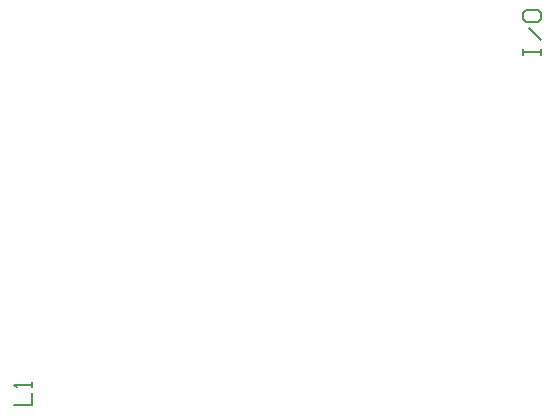
<source format=gbr>
%TF.GenerationSoftware,Altium Limited,Altium Designer,25.3.3 (18)*%
G04 Layer_Color=32768*
%FSLAX45Y45*%
%MOMM*%
%TF.SameCoordinates,ACD2DE35-000D-4175-8758-006393140AE5*%
%TF.FilePolarity,Positive*%
%TF.FileFunction,Other,Top_Designator*%
%TF.Part,Single*%
G01*
G75*
%TA.AperFunction,NonConductor*%
%ADD75C,0.15000*%
D75*
X17036523Y8214060D02*
Y8264044D01*
Y8239052D01*
X17186476D01*
Y8214060D01*
Y8264044D01*
Y8339019D02*
X17086508Y8438987D01*
X17036523Y8563947D02*
Y8513963D01*
X17061516Y8488971D01*
X17161484D01*
X17186476Y8513963D01*
Y8563947D01*
X17161484Y8588938D01*
X17061516D01*
X17036523Y8563947D01*
X12726625Y5246733D02*
X12876576D01*
Y5346700D01*
Y5396684D02*
Y5446668D01*
Y5421676D01*
X12726625D01*
X12751616Y5396684D01*
%TF.MD5,e225ffe4ddf1e82ecb0f46e40c14f752*%
M02*

</source>
